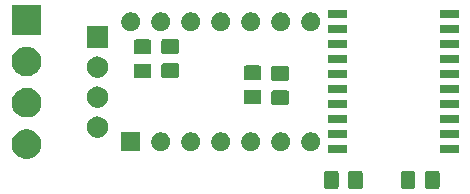
<source format=gbr>
G04 #@! TF.GenerationSoftware,KiCad,Pcbnew,5.1.5+dfsg1-2build2*
G04 #@! TF.CreationDate,2021-11-16T17:13:54-05:00*
G04 #@! TF.ProjectId,036INCH_5DIGIT,30333649-4e43-4485-9f35-44494749542e,rev?*
G04 #@! TF.SameCoordinates,Original*
G04 #@! TF.FileFunction,Soldermask,Bot*
G04 #@! TF.FilePolarity,Negative*
%FSLAX46Y46*%
G04 Gerber Fmt 4.6, Leading zero omitted, Abs format (unit mm)*
G04 Created by KiCad (PCBNEW 5.1.5+dfsg1-2build2) date 2021-11-16 17:13:54*
%MOMM*%
%LPD*%
G04 APERTURE LIST*
%ADD10C,0.100000*%
G04 APERTURE END LIST*
D10*
G36*
X140299674Y-118430265D02*
G01*
X140337367Y-118441699D01*
X140372103Y-118460266D01*
X140402548Y-118485252D01*
X140427534Y-118515697D01*
X140446101Y-118550433D01*
X140457535Y-118588126D01*
X140462000Y-118633461D01*
X140462000Y-119720139D01*
X140457535Y-119765474D01*
X140446101Y-119803167D01*
X140427534Y-119837903D01*
X140402548Y-119868348D01*
X140372103Y-119893334D01*
X140337367Y-119911901D01*
X140299674Y-119923335D01*
X140254339Y-119927800D01*
X139417661Y-119927800D01*
X139372326Y-119923335D01*
X139334633Y-119911901D01*
X139299897Y-119893334D01*
X139269452Y-119868348D01*
X139244466Y-119837903D01*
X139225899Y-119803167D01*
X139214465Y-119765474D01*
X139210000Y-119720139D01*
X139210000Y-118633461D01*
X139214465Y-118588126D01*
X139225899Y-118550433D01*
X139244466Y-118515697D01*
X139269452Y-118485252D01*
X139299897Y-118460266D01*
X139334633Y-118441699D01*
X139372326Y-118430265D01*
X139417661Y-118425800D01*
X140254339Y-118425800D01*
X140299674Y-118430265D01*
G37*
G36*
X138249674Y-118430265D02*
G01*
X138287367Y-118441699D01*
X138322103Y-118460266D01*
X138352548Y-118485252D01*
X138377534Y-118515697D01*
X138396101Y-118550433D01*
X138407535Y-118588126D01*
X138412000Y-118633461D01*
X138412000Y-119720139D01*
X138407535Y-119765474D01*
X138396101Y-119803167D01*
X138377534Y-119837903D01*
X138352548Y-119868348D01*
X138322103Y-119893334D01*
X138287367Y-119911901D01*
X138249674Y-119923335D01*
X138204339Y-119927800D01*
X137367661Y-119927800D01*
X137322326Y-119923335D01*
X137284633Y-119911901D01*
X137249897Y-119893334D01*
X137219452Y-119868348D01*
X137194466Y-119837903D01*
X137175899Y-119803167D01*
X137164465Y-119765474D01*
X137160000Y-119720139D01*
X137160000Y-118633461D01*
X137164465Y-118588126D01*
X137175899Y-118550433D01*
X137194466Y-118515697D01*
X137219452Y-118485252D01*
X137249897Y-118460266D01*
X137284633Y-118441699D01*
X137322326Y-118430265D01*
X137367661Y-118425800D01*
X138204339Y-118425800D01*
X138249674Y-118430265D01*
G37*
G36*
X131747274Y-118430265D02*
G01*
X131784967Y-118441699D01*
X131819703Y-118460266D01*
X131850148Y-118485252D01*
X131875134Y-118515697D01*
X131893701Y-118550433D01*
X131905135Y-118588126D01*
X131909600Y-118633461D01*
X131909600Y-119720139D01*
X131905135Y-119765474D01*
X131893701Y-119803167D01*
X131875134Y-119837903D01*
X131850148Y-119868348D01*
X131819703Y-119893334D01*
X131784967Y-119911901D01*
X131747274Y-119923335D01*
X131701939Y-119927800D01*
X130865261Y-119927800D01*
X130819926Y-119923335D01*
X130782233Y-119911901D01*
X130747497Y-119893334D01*
X130717052Y-119868348D01*
X130692066Y-119837903D01*
X130673499Y-119803167D01*
X130662065Y-119765474D01*
X130657600Y-119720139D01*
X130657600Y-118633461D01*
X130662065Y-118588126D01*
X130673499Y-118550433D01*
X130692066Y-118515697D01*
X130717052Y-118485252D01*
X130747497Y-118460266D01*
X130782233Y-118441699D01*
X130819926Y-118430265D01*
X130865261Y-118425800D01*
X131701939Y-118425800D01*
X131747274Y-118430265D01*
G37*
G36*
X133797274Y-118430265D02*
G01*
X133834967Y-118441699D01*
X133869703Y-118460266D01*
X133900148Y-118485252D01*
X133925134Y-118515697D01*
X133943701Y-118550433D01*
X133955135Y-118588126D01*
X133959600Y-118633461D01*
X133959600Y-119720139D01*
X133955135Y-119765474D01*
X133943701Y-119803167D01*
X133925134Y-119837903D01*
X133900148Y-119868348D01*
X133869703Y-119893334D01*
X133834967Y-119911901D01*
X133797274Y-119923335D01*
X133751939Y-119927800D01*
X132915261Y-119927800D01*
X132869926Y-119923335D01*
X132832233Y-119911901D01*
X132797497Y-119893334D01*
X132767052Y-119868348D01*
X132742066Y-119837903D01*
X132723499Y-119803167D01*
X132712065Y-119765474D01*
X132707600Y-119720139D01*
X132707600Y-118633461D01*
X132712065Y-118588126D01*
X132723499Y-118550433D01*
X132742066Y-118515697D01*
X132767052Y-118485252D01*
X132797497Y-118460266D01*
X132832233Y-118441699D01*
X132869926Y-118430265D01*
X132915261Y-118425800D01*
X133751939Y-118425800D01*
X133797274Y-118430265D01*
G37*
G36*
X105806988Y-114926900D02*
G01*
X105851103Y-114935675D01*
X106078771Y-115029978D01*
X106283666Y-115166885D01*
X106457915Y-115341134D01*
X106594822Y-115546029D01*
X106689125Y-115773697D01*
X106737200Y-116015387D01*
X106737200Y-116261813D01*
X106689125Y-116503503D01*
X106594822Y-116731171D01*
X106457915Y-116936066D01*
X106283666Y-117110315D01*
X106078771Y-117247222D01*
X106078770Y-117247223D01*
X106078769Y-117247223D01*
X105851103Y-117341525D01*
X105609414Y-117389600D01*
X105362986Y-117389600D01*
X105121297Y-117341525D01*
X104893631Y-117247223D01*
X104893630Y-117247223D01*
X104893629Y-117247222D01*
X104688734Y-117110315D01*
X104514485Y-116936066D01*
X104377578Y-116731171D01*
X104283275Y-116503503D01*
X104235200Y-116261813D01*
X104235200Y-116015387D01*
X104283275Y-115773697D01*
X104377578Y-115546029D01*
X104514485Y-115341134D01*
X104688734Y-115166885D01*
X104893629Y-115029978D01*
X105121297Y-114935675D01*
X105165412Y-114926900D01*
X105362986Y-114887600D01*
X105609414Y-114887600D01*
X105806988Y-114926900D01*
G37*
G36*
X132576000Y-116898900D02*
G01*
X130974000Y-116898900D01*
X130974000Y-116196900D01*
X132576000Y-116196900D01*
X132576000Y-116898900D01*
G37*
G36*
X142076000Y-116898900D02*
G01*
X140474000Y-116898900D01*
X140474000Y-116196900D01*
X142076000Y-116196900D01*
X142076000Y-116898900D01*
G37*
G36*
X127233642Y-115168081D02*
G01*
X127379414Y-115228462D01*
X127379416Y-115228463D01*
X127510608Y-115316122D01*
X127622178Y-115427692D01*
X127701249Y-115546031D01*
X127709838Y-115558886D01*
X127770219Y-115704658D01*
X127801000Y-115859407D01*
X127801000Y-116017193D01*
X127770219Y-116171942D01*
X127709838Y-116317714D01*
X127709837Y-116317716D01*
X127622178Y-116448908D01*
X127510608Y-116560478D01*
X127379416Y-116648137D01*
X127379415Y-116648138D01*
X127379414Y-116648138D01*
X127233642Y-116708519D01*
X127078893Y-116739300D01*
X126921107Y-116739300D01*
X126766358Y-116708519D01*
X126620586Y-116648138D01*
X126620585Y-116648138D01*
X126620584Y-116648137D01*
X126489392Y-116560478D01*
X126377822Y-116448908D01*
X126290163Y-116317716D01*
X126290162Y-116317714D01*
X126229781Y-116171942D01*
X126199000Y-116017193D01*
X126199000Y-115859407D01*
X126229781Y-115704658D01*
X126290162Y-115558886D01*
X126298751Y-115546031D01*
X126377822Y-115427692D01*
X126489392Y-115316122D01*
X126620584Y-115228463D01*
X126620586Y-115228462D01*
X126766358Y-115168081D01*
X126921107Y-115137300D01*
X127078893Y-115137300D01*
X127233642Y-115168081D01*
G37*
G36*
X129773642Y-115168081D02*
G01*
X129919414Y-115228462D01*
X129919416Y-115228463D01*
X130050608Y-115316122D01*
X130162178Y-115427692D01*
X130241249Y-115546031D01*
X130249838Y-115558886D01*
X130310219Y-115704658D01*
X130341000Y-115859407D01*
X130341000Y-116017193D01*
X130310219Y-116171942D01*
X130249838Y-116317714D01*
X130249837Y-116317716D01*
X130162178Y-116448908D01*
X130050608Y-116560478D01*
X129919416Y-116648137D01*
X129919415Y-116648138D01*
X129919414Y-116648138D01*
X129773642Y-116708519D01*
X129618893Y-116739300D01*
X129461107Y-116739300D01*
X129306358Y-116708519D01*
X129160586Y-116648138D01*
X129160585Y-116648138D01*
X129160584Y-116648137D01*
X129029392Y-116560478D01*
X128917822Y-116448908D01*
X128830163Y-116317716D01*
X128830162Y-116317714D01*
X128769781Y-116171942D01*
X128739000Y-116017193D01*
X128739000Y-115859407D01*
X128769781Y-115704658D01*
X128830162Y-115558886D01*
X128838751Y-115546031D01*
X128917822Y-115427692D01*
X129029392Y-115316122D01*
X129160584Y-115228463D01*
X129160586Y-115228462D01*
X129306358Y-115168081D01*
X129461107Y-115137300D01*
X129618893Y-115137300D01*
X129773642Y-115168081D01*
G37*
G36*
X122153642Y-115168081D02*
G01*
X122299414Y-115228462D01*
X122299416Y-115228463D01*
X122430608Y-115316122D01*
X122542178Y-115427692D01*
X122621249Y-115546031D01*
X122629838Y-115558886D01*
X122690219Y-115704658D01*
X122721000Y-115859407D01*
X122721000Y-116017193D01*
X122690219Y-116171942D01*
X122629838Y-116317714D01*
X122629837Y-116317716D01*
X122542178Y-116448908D01*
X122430608Y-116560478D01*
X122299416Y-116648137D01*
X122299415Y-116648138D01*
X122299414Y-116648138D01*
X122153642Y-116708519D01*
X121998893Y-116739300D01*
X121841107Y-116739300D01*
X121686358Y-116708519D01*
X121540586Y-116648138D01*
X121540585Y-116648138D01*
X121540584Y-116648137D01*
X121409392Y-116560478D01*
X121297822Y-116448908D01*
X121210163Y-116317716D01*
X121210162Y-116317714D01*
X121149781Y-116171942D01*
X121119000Y-116017193D01*
X121119000Y-115859407D01*
X121149781Y-115704658D01*
X121210162Y-115558886D01*
X121218751Y-115546031D01*
X121297822Y-115427692D01*
X121409392Y-115316122D01*
X121540584Y-115228463D01*
X121540586Y-115228462D01*
X121686358Y-115168081D01*
X121841107Y-115137300D01*
X121998893Y-115137300D01*
X122153642Y-115168081D01*
G37*
G36*
X119613642Y-115168081D02*
G01*
X119759414Y-115228462D01*
X119759416Y-115228463D01*
X119890608Y-115316122D01*
X120002178Y-115427692D01*
X120081249Y-115546031D01*
X120089838Y-115558886D01*
X120150219Y-115704658D01*
X120181000Y-115859407D01*
X120181000Y-116017193D01*
X120150219Y-116171942D01*
X120089838Y-116317714D01*
X120089837Y-116317716D01*
X120002178Y-116448908D01*
X119890608Y-116560478D01*
X119759416Y-116648137D01*
X119759415Y-116648138D01*
X119759414Y-116648138D01*
X119613642Y-116708519D01*
X119458893Y-116739300D01*
X119301107Y-116739300D01*
X119146358Y-116708519D01*
X119000586Y-116648138D01*
X119000585Y-116648138D01*
X119000584Y-116648137D01*
X118869392Y-116560478D01*
X118757822Y-116448908D01*
X118670163Y-116317716D01*
X118670162Y-116317714D01*
X118609781Y-116171942D01*
X118579000Y-116017193D01*
X118579000Y-115859407D01*
X118609781Y-115704658D01*
X118670162Y-115558886D01*
X118678751Y-115546031D01*
X118757822Y-115427692D01*
X118869392Y-115316122D01*
X119000584Y-115228463D01*
X119000586Y-115228462D01*
X119146358Y-115168081D01*
X119301107Y-115137300D01*
X119458893Y-115137300D01*
X119613642Y-115168081D01*
G37*
G36*
X117073642Y-115168081D02*
G01*
X117219414Y-115228462D01*
X117219416Y-115228463D01*
X117350608Y-115316122D01*
X117462178Y-115427692D01*
X117541249Y-115546031D01*
X117549838Y-115558886D01*
X117610219Y-115704658D01*
X117641000Y-115859407D01*
X117641000Y-116017193D01*
X117610219Y-116171942D01*
X117549838Y-116317714D01*
X117549837Y-116317716D01*
X117462178Y-116448908D01*
X117350608Y-116560478D01*
X117219416Y-116648137D01*
X117219415Y-116648138D01*
X117219414Y-116648138D01*
X117073642Y-116708519D01*
X116918893Y-116739300D01*
X116761107Y-116739300D01*
X116606358Y-116708519D01*
X116460586Y-116648138D01*
X116460585Y-116648138D01*
X116460584Y-116648137D01*
X116329392Y-116560478D01*
X116217822Y-116448908D01*
X116130163Y-116317716D01*
X116130162Y-116317714D01*
X116069781Y-116171942D01*
X116039000Y-116017193D01*
X116039000Y-115859407D01*
X116069781Y-115704658D01*
X116130162Y-115558886D01*
X116138751Y-115546031D01*
X116217822Y-115427692D01*
X116329392Y-115316122D01*
X116460584Y-115228463D01*
X116460586Y-115228462D01*
X116606358Y-115168081D01*
X116761107Y-115137300D01*
X116918893Y-115137300D01*
X117073642Y-115168081D01*
G37*
G36*
X115101000Y-116739300D02*
G01*
X113499000Y-116739300D01*
X113499000Y-115137300D01*
X115101000Y-115137300D01*
X115101000Y-116739300D01*
G37*
G36*
X124693642Y-115168081D02*
G01*
X124839414Y-115228462D01*
X124839416Y-115228463D01*
X124970608Y-115316122D01*
X125082178Y-115427692D01*
X125161249Y-115546031D01*
X125169838Y-115558886D01*
X125230219Y-115704658D01*
X125261000Y-115859407D01*
X125261000Y-116017193D01*
X125230219Y-116171942D01*
X125169838Y-116317714D01*
X125169837Y-116317716D01*
X125082178Y-116448908D01*
X124970608Y-116560478D01*
X124839416Y-116648137D01*
X124839415Y-116648138D01*
X124839414Y-116648138D01*
X124693642Y-116708519D01*
X124538893Y-116739300D01*
X124381107Y-116739300D01*
X124226358Y-116708519D01*
X124080586Y-116648138D01*
X124080585Y-116648138D01*
X124080584Y-116648137D01*
X123949392Y-116560478D01*
X123837822Y-116448908D01*
X123750163Y-116317716D01*
X123750162Y-116317714D01*
X123689781Y-116171942D01*
X123659000Y-116017193D01*
X123659000Y-115859407D01*
X123689781Y-115704658D01*
X123750162Y-115558886D01*
X123758751Y-115546031D01*
X123837822Y-115427692D01*
X123949392Y-115316122D01*
X124080584Y-115228463D01*
X124080586Y-115228462D01*
X124226358Y-115168081D01*
X124381107Y-115137300D01*
X124538893Y-115137300D01*
X124693642Y-115168081D01*
G37*
G36*
X132576000Y-115628900D02*
G01*
X130974000Y-115628900D01*
X130974000Y-114926900D01*
X132576000Y-114926900D01*
X132576000Y-115628900D01*
G37*
G36*
X142076000Y-115628900D02*
G01*
X140474000Y-115628900D01*
X140474000Y-114926900D01*
X142076000Y-114926900D01*
X142076000Y-115628900D01*
G37*
G36*
X111594112Y-113810327D02*
G01*
X111743412Y-113840024D01*
X111907384Y-113907944D01*
X112054954Y-114006547D01*
X112180453Y-114132046D01*
X112279056Y-114279616D01*
X112346976Y-114443588D01*
X112381600Y-114617659D01*
X112381600Y-114795141D01*
X112346976Y-114969212D01*
X112279056Y-115133184D01*
X112180453Y-115280754D01*
X112054954Y-115406253D01*
X111907384Y-115504856D01*
X111743412Y-115572776D01*
X111594112Y-115602473D01*
X111569342Y-115607400D01*
X111391858Y-115607400D01*
X111367088Y-115602473D01*
X111217788Y-115572776D01*
X111053816Y-115504856D01*
X110906246Y-115406253D01*
X110780747Y-115280754D01*
X110682144Y-115133184D01*
X110614224Y-114969212D01*
X110579600Y-114795141D01*
X110579600Y-114617659D01*
X110614224Y-114443588D01*
X110682144Y-114279616D01*
X110780747Y-114132046D01*
X110906246Y-114006547D01*
X111053816Y-113907944D01*
X111217788Y-113840024D01*
X111367088Y-113810327D01*
X111391858Y-113805400D01*
X111569342Y-113805400D01*
X111594112Y-113810327D01*
G37*
G36*
X142076000Y-114358900D02*
G01*
X140474000Y-114358900D01*
X140474000Y-113656900D01*
X142076000Y-113656900D01*
X142076000Y-114358900D01*
G37*
G36*
X132576000Y-114358900D02*
G01*
X130974000Y-114358900D01*
X130974000Y-113656900D01*
X132576000Y-113656900D01*
X132576000Y-114358900D01*
G37*
G36*
X105851103Y-111435675D02*
G01*
X106076966Y-111529230D01*
X106078771Y-111529978D01*
X106283666Y-111666885D01*
X106457915Y-111841134D01*
X106499646Y-111903589D01*
X106594823Y-112046031D01*
X106689125Y-112273697D01*
X106737200Y-112515386D01*
X106737200Y-112761814D01*
X106689125Y-113003503D01*
X106653753Y-113088900D01*
X106594822Y-113231171D01*
X106457915Y-113436066D01*
X106283666Y-113610315D01*
X106078771Y-113747222D01*
X106078770Y-113747223D01*
X106078769Y-113747223D01*
X105851103Y-113841525D01*
X105609414Y-113889600D01*
X105362986Y-113889600D01*
X105121297Y-113841525D01*
X104893631Y-113747223D01*
X104893630Y-113747223D01*
X104893629Y-113747222D01*
X104688734Y-113610315D01*
X104514485Y-113436066D01*
X104377578Y-113231171D01*
X104318648Y-113088900D01*
X104283275Y-113003503D01*
X104235200Y-112761814D01*
X104235200Y-112515386D01*
X104283275Y-112273697D01*
X104377577Y-112046031D01*
X104472754Y-111903589D01*
X104514485Y-111841134D01*
X104688734Y-111666885D01*
X104893629Y-111529978D01*
X104895435Y-111529230D01*
X105121297Y-111435675D01*
X105362986Y-111387600D01*
X105609414Y-111387600D01*
X105851103Y-111435675D01*
G37*
G36*
X132576000Y-113088900D02*
G01*
X130974000Y-113088900D01*
X130974000Y-112386900D01*
X132576000Y-112386900D01*
X132576000Y-113088900D01*
G37*
G36*
X142076000Y-113088900D02*
G01*
X140474000Y-113088900D01*
X140474000Y-112386900D01*
X142076000Y-112386900D01*
X142076000Y-113088900D01*
G37*
G36*
X111594112Y-111270327D02*
G01*
X111743412Y-111300024D01*
X111907384Y-111367944D01*
X112054954Y-111466547D01*
X112180453Y-111592046D01*
X112279056Y-111739616D01*
X112346976Y-111903588D01*
X112381600Y-112077659D01*
X112381600Y-112255141D01*
X112346976Y-112429212D01*
X112279056Y-112593184D01*
X112180453Y-112740754D01*
X112054954Y-112866253D01*
X111907384Y-112964856D01*
X111743412Y-113032776D01*
X111594112Y-113062473D01*
X111569342Y-113067400D01*
X111391858Y-113067400D01*
X111367088Y-113062473D01*
X111217788Y-113032776D01*
X111053816Y-112964856D01*
X110906246Y-112866253D01*
X110780747Y-112740754D01*
X110682144Y-112593184D01*
X110614224Y-112429212D01*
X110579600Y-112255141D01*
X110579600Y-112077659D01*
X110614224Y-111903588D01*
X110682144Y-111739616D01*
X110780747Y-111592046D01*
X110906246Y-111466547D01*
X111053816Y-111367944D01*
X111217788Y-111300024D01*
X111367088Y-111270327D01*
X111391858Y-111265400D01*
X111569342Y-111265400D01*
X111594112Y-111270327D01*
G37*
G36*
X127537874Y-111579265D02*
G01*
X127575567Y-111590699D01*
X127610303Y-111609266D01*
X127640748Y-111634252D01*
X127665734Y-111664697D01*
X127684301Y-111699433D01*
X127695735Y-111737126D01*
X127700200Y-111782461D01*
X127700200Y-112619139D01*
X127695735Y-112664474D01*
X127684301Y-112702167D01*
X127665734Y-112736903D01*
X127640748Y-112767348D01*
X127610303Y-112792334D01*
X127575567Y-112810901D01*
X127537874Y-112822335D01*
X127492539Y-112826800D01*
X126405861Y-112826800D01*
X126360526Y-112822335D01*
X126322833Y-112810901D01*
X126288097Y-112792334D01*
X126257652Y-112767348D01*
X126232666Y-112736903D01*
X126214099Y-112702167D01*
X126202665Y-112664474D01*
X126198200Y-112619139D01*
X126198200Y-111782461D01*
X126202665Y-111737126D01*
X126214099Y-111699433D01*
X126232666Y-111664697D01*
X126257652Y-111634252D01*
X126288097Y-111609266D01*
X126322833Y-111590699D01*
X126360526Y-111579265D01*
X126405861Y-111574800D01*
X127492539Y-111574800D01*
X127537874Y-111579265D01*
G37*
G36*
X125201074Y-111528465D02*
G01*
X125238767Y-111539899D01*
X125273503Y-111558466D01*
X125303948Y-111583452D01*
X125328934Y-111613897D01*
X125347501Y-111648633D01*
X125358935Y-111686326D01*
X125363400Y-111731661D01*
X125363400Y-112568339D01*
X125358935Y-112613674D01*
X125347501Y-112651367D01*
X125328934Y-112686103D01*
X125303948Y-112716548D01*
X125273503Y-112741534D01*
X125238767Y-112760101D01*
X125201074Y-112771535D01*
X125155739Y-112776000D01*
X124069061Y-112776000D01*
X124023726Y-112771535D01*
X123986033Y-112760101D01*
X123951297Y-112741534D01*
X123920852Y-112716548D01*
X123895866Y-112686103D01*
X123877299Y-112651367D01*
X123865865Y-112613674D01*
X123861400Y-112568339D01*
X123861400Y-111731661D01*
X123865865Y-111686326D01*
X123877299Y-111648633D01*
X123895866Y-111613897D01*
X123920852Y-111583452D01*
X123951297Y-111558466D01*
X123986033Y-111539899D01*
X124023726Y-111528465D01*
X124069061Y-111524000D01*
X125155739Y-111524000D01*
X125201074Y-111528465D01*
G37*
G36*
X142076000Y-111818900D02*
G01*
X140474000Y-111818900D01*
X140474000Y-111116900D01*
X142076000Y-111116900D01*
X142076000Y-111818900D01*
G37*
G36*
X132576000Y-111818900D02*
G01*
X130974000Y-111818900D01*
X130974000Y-111116900D01*
X132576000Y-111116900D01*
X132576000Y-111818900D01*
G37*
G36*
X127537874Y-109529265D02*
G01*
X127575567Y-109540699D01*
X127610303Y-109559266D01*
X127640748Y-109584252D01*
X127665734Y-109614697D01*
X127684301Y-109649433D01*
X127695735Y-109687126D01*
X127700200Y-109732461D01*
X127700200Y-110569139D01*
X127695735Y-110614474D01*
X127684301Y-110652167D01*
X127665734Y-110686903D01*
X127640748Y-110717348D01*
X127610303Y-110742334D01*
X127575567Y-110760901D01*
X127537874Y-110772335D01*
X127492539Y-110776800D01*
X126405861Y-110776800D01*
X126360526Y-110772335D01*
X126322833Y-110760901D01*
X126288097Y-110742334D01*
X126257652Y-110717348D01*
X126232666Y-110686903D01*
X126214099Y-110652167D01*
X126202665Y-110614474D01*
X126198200Y-110569139D01*
X126198200Y-109732461D01*
X126202665Y-109687126D01*
X126214099Y-109649433D01*
X126232666Y-109614697D01*
X126257652Y-109584252D01*
X126288097Y-109559266D01*
X126322833Y-109540699D01*
X126360526Y-109529265D01*
X126405861Y-109524800D01*
X127492539Y-109524800D01*
X127537874Y-109529265D01*
G37*
G36*
X125201074Y-109478465D02*
G01*
X125238767Y-109489899D01*
X125273503Y-109508466D01*
X125303948Y-109533452D01*
X125328934Y-109563897D01*
X125347501Y-109598633D01*
X125358935Y-109636326D01*
X125363400Y-109681661D01*
X125363400Y-110518339D01*
X125358935Y-110563674D01*
X125347501Y-110601367D01*
X125328934Y-110636103D01*
X125303948Y-110666548D01*
X125273503Y-110691534D01*
X125238767Y-110710101D01*
X125201074Y-110721535D01*
X125155739Y-110726000D01*
X124069061Y-110726000D01*
X124023726Y-110721535D01*
X123986033Y-110710101D01*
X123951297Y-110691534D01*
X123920852Y-110666548D01*
X123895866Y-110636103D01*
X123877299Y-110601367D01*
X123865865Y-110563674D01*
X123861400Y-110518339D01*
X123861400Y-109681661D01*
X123865865Y-109636326D01*
X123877299Y-109598633D01*
X123895866Y-109563897D01*
X123920852Y-109533452D01*
X123951297Y-109508466D01*
X123986033Y-109489899D01*
X124023726Y-109478465D01*
X124069061Y-109474000D01*
X125155739Y-109474000D01*
X125201074Y-109478465D01*
G37*
G36*
X115891974Y-109331365D02*
G01*
X115929667Y-109342799D01*
X115964403Y-109361366D01*
X115994848Y-109386352D01*
X116019834Y-109416797D01*
X116038401Y-109451533D01*
X116049835Y-109489226D01*
X116054300Y-109534561D01*
X116054300Y-110371239D01*
X116049835Y-110416574D01*
X116038401Y-110454267D01*
X116019834Y-110489003D01*
X115994848Y-110519448D01*
X115964403Y-110544434D01*
X115929667Y-110563001D01*
X115891974Y-110574435D01*
X115846639Y-110578900D01*
X114759961Y-110578900D01*
X114714626Y-110574435D01*
X114676933Y-110563001D01*
X114642197Y-110544434D01*
X114611752Y-110519448D01*
X114586766Y-110489003D01*
X114568199Y-110454267D01*
X114556765Y-110416574D01*
X114552300Y-110371239D01*
X114552300Y-109534561D01*
X114556765Y-109489226D01*
X114568199Y-109451533D01*
X114586766Y-109416797D01*
X114611752Y-109386352D01*
X114642197Y-109361366D01*
X114676933Y-109342799D01*
X114714626Y-109331365D01*
X114759961Y-109326900D01*
X115846639Y-109326900D01*
X115891974Y-109331365D01*
G37*
G36*
X118228774Y-109305965D02*
G01*
X118266467Y-109317399D01*
X118301203Y-109335966D01*
X118331648Y-109360952D01*
X118356634Y-109391397D01*
X118375201Y-109426133D01*
X118386635Y-109463826D01*
X118391100Y-109509161D01*
X118391100Y-110345839D01*
X118386635Y-110391174D01*
X118375201Y-110428867D01*
X118356634Y-110463603D01*
X118331648Y-110494048D01*
X118301203Y-110519034D01*
X118266467Y-110537601D01*
X118228774Y-110549035D01*
X118183439Y-110553500D01*
X117096761Y-110553500D01*
X117051426Y-110549035D01*
X117013733Y-110537601D01*
X116978997Y-110519034D01*
X116948552Y-110494048D01*
X116923566Y-110463603D01*
X116904999Y-110428867D01*
X116893565Y-110391174D01*
X116889100Y-110345839D01*
X116889100Y-109509161D01*
X116893565Y-109463826D01*
X116904999Y-109426133D01*
X116923566Y-109391397D01*
X116948552Y-109360952D01*
X116978997Y-109335966D01*
X117013733Y-109317399D01*
X117051426Y-109305965D01*
X117096761Y-109301500D01*
X118183439Y-109301500D01*
X118228774Y-109305965D01*
G37*
G36*
X132576000Y-110548900D02*
G01*
X130974000Y-110548900D01*
X130974000Y-109846900D01*
X132576000Y-109846900D01*
X132576000Y-110548900D01*
G37*
G36*
X142076000Y-110548900D02*
G01*
X140474000Y-110548900D01*
X140474000Y-109846900D01*
X142076000Y-109846900D01*
X142076000Y-110548900D01*
G37*
G36*
X111594112Y-108730327D02*
G01*
X111743412Y-108760024D01*
X111907384Y-108827944D01*
X112054954Y-108926547D01*
X112180453Y-109052046D01*
X112279056Y-109199616D01*
X112346976Y-109363588D01*
X112369826Y-109478465D01*
X112379931Y-109529265D01*
X112381600Y-109537659D01*
X112381600Y-109715141D01*
X112346976Y-109889212D01*
X112279056Y-110053184D01*
X112180453Y-110200754D01*
X112054954Y-110326253D01*
X111907384Y-110424856D01*
X111743412Y-110492776D01*
X111609319Y-110519448D01*
X111569342Y-110527400D01*
X111391858Y-110527400D01*
X111351881Y-110519448D01*
X111217788Y-110492776D01*
X111053816Y-110424856D01*
X110906246Y-110326253D01*
X110780747Y-110200754D01*
X110682144Y-110053184D01*
X110614224Y-109889212D01*
X110579600Y-109715141D01*
X110579600Y-109537659D01*
X110581270Y-109529265D01*
X110591374Y-109478465D01*
X110614224Y-109363588D01*
X110682144Y-109199616D01*
X110780747Y-109052046D01*
X110906246Y-108926547D01*
X111053816Y-108827944D01*
X111217788Y-108760024D01*
X111367088Y-108730327D01*
X111391858Y-108725400D01*
X111569342Y-108725400D01*
X111594112Y-108730327D01*
G37*
G36*
X105851103Y-107935675D02*
G01*
X105975979Y-107987400D01*
X106078771Y-108029978D01*
X106283666Y-108166885D01*
X106457915Y-108341134D01*
X106594822Y-108546029D01*
X106594823Y-108546031D01*
X106689125Y-108773697D01*
X106737200Y-109015386D01*
X106737200Y-109261814D01*
X106689125Y-109503503D01*
X106601462Y-109715142D01*
X106594822Y-109731171D01*
X106457915Y-109936066D01*
X106283666Y-110110315D01*
X106078771Y-110247222D01*
X106078770Y-110247223D01*
X106078769Y-110247223D01*
X105851103Y-110341525D01*
X105609414Y-110389600D01*
X105362986Y-110389600D01*
X105121297Y-110341525D01*
X104893631Y-110247223D01*
X104893630Y-110247223D01*
X104893629Y-110247222D01*
X104688734Y-110110315D01*
X104514485Y-109936066D01*
X104377578Y-109731171D01*
X104370939Y-109715142D01*
X104283275Y-109503503D01*
X104235200Y-109261814D01*
X104235200Y-109015386D01*
X104283275Y-108773697D01*
X104377577Y-108546031D01*
X104377578Y-108546029D01*
X104514485Y-108341134D01*
X104688734Y-108166885D01*
X104893629Y-108029978D01*
X104996422Y-107987400D01*
X105121297Y-107935675D01*
X105362986Y-107887600D01*
X105609414Y-107887600D01*
X105851103Y-107935675D01*
G37*
G36*
X142076000Y-109278900D02*
G01*
X140474000Y-109278900D01*
X140474000Y-108576900D01*
X142076000Y-108576900D01*
X142076000Y-109278900D01*
G37*
G36*
X132576000Y-109278900D02*
G01*
X130974000Y-109278900D01*
X130974000Y-108576900D01*
X132576000Y-108576900D01*
X132576000Y-109278900D01*
G37*
G36*
X115891974Y-107281365D02*
G01*
X115929667Y-107292799D01*
X115964403Y-107311366D01*
X115994848Y-107336352D01*
X116019834Y-107366797D01*
X116038401Y-107401533D01*
X116049835Y-107439226D01*
X116054300Y-107484561D01*
X116054300Y-108321239D01*
X116049835Y-108366574D01*
X116038401Y-108404267D01*
X116019834Y-108439003D01*
X115994848Y-108469448D01*
X115964403Y-108494434D01*
X115929667Y-108513001D01*
X115891974Y-108524435D01*
X115846639Y-108528900D01*
X114759961Y-108528900D01*
X114714626Y-108524435D01*
X114676933Y-108513001D01*
X114642197Y-108494434D01*
X114611752Y-108469448D01*
X114586766Y-108439003D01*
X114568199Y-108404267D01*
X114556765Y-108366574D01*
X114552300Y-108321239D01*
X114552300Y-107484561D01*
X114556765Y-107439226D01*
X114568199Y-107401533D01*
X114586766Y-107366797D01*
X114611752Y-107336352D01*
X114642197Y-107311366D01*
X114676933Y-107292799D01*
X114714626Y-107281365D01*
X114759961Y-107276900D01*
X115846639Y-107276900D01*
X115891974Y-107281365D01*
G37*
G36*
X118228774Y-107255965D02*
G01*
X118266467Y-107267399D01*
X118301203Y-107285966D01*
X118331648Y-107310952D01*
X118356634Y-107341397D01*
X118375201Y-107376133D01*
X118386635Y-107413826D01*
X118391100Y-107459161D01*
X118391100Y-108295839D01*
X118386635Y-108341174D01*
X118375201Y-108378867D01*
X118356634Y-108413603D01*
X118331648Y-108444048D01*
X118301203Y-108469034D01*
X118266467Y-108487601D01*
X118228774Y-108499035D01*
X118183439Y-108503500D01*
X117096761Y-108503500D01*
X117051426Y-108499035D01*
X117013733Y-108487601D01*
X116978997Y-108469034D01*
X116948552Y-108444048D01*
X116923566Y-108413603D01*
X116904999Y-108378867D01*
X116893565Y-108341174D01*
X116889100Y-108295839D01*
X116889100Y-107459161D01*
X116893565Y-107413826D01*
X116904999Y-107376133D01*
X116923566Y-107341397D01*
X116948552Y-107310952D01*
X116978997Y-107285966D01*
X117013733Y-107267399D01*
X117051426Y-107255965D01*
X117096761Y-107251500D01*
X118183439Y-107251500D01*
X118228774Y-107255965D01*
G37*
G36*
X132576000Y-108008900D02*
G01*
X130974000Y-108008900D01*
X130974000Y-107306900D01*
X132576000Y-107306900D01*
X132576000Y-108008900D01*
G37*
G36*
X142076000Y-108008900D02*
G01*
X140474000Y-108008900D01*
X140474000Y-107306900D01*
X142076000Y-107306900D01*
X142076000Y-108008900D01*
G37*
G36*
X112381600Y-107987400D02*
G01*
X110579600Y-107987400D01*
X110579600Y-106185400D01*
X112381600Y-106185400D01*
X112381600Y-107987400D01*
G37*
G36*
X106737200Y-106889600D02*
G01*
X104235200Y-106889600D01*
X104235200Y-104387600D01*
X106737200Y-104387600D01*
X106737200Y-106889600D01*
G37*
G36*
X142076000Y-106738900D02*
G01*
X140474000Y-106738900D01*
X140474000Y-106036900D01*
X142076000Y-106036900D01*
X142076000Y-106738900D01*
G37*
G36*
X132576000Y-106738900D02*
G01*
X130974000Y-106738900D01*
X130974000Y-106036900D01*
X132576000Y-106036900D01*
X132576000Y-106738900D01*
G37*
G36*
X127233642Y-105008081D02*
G01*
X127379414Y-105068462D01*
X127379416Y-105068463D01*
X127510608Y-105156122D01*
X127622178Y-105267692D01*
X127709837Y-105398884D01*
X127709838Y-105398886D01*
X127770219Y-105544658D01*
X127801000Y-105699407D01*
X127801000Y-105857193D01*
X127770219Y-106011942D01*
X127709838Y-106157714D01*
X127709837Y-106157716D01*
X127622178Y-106288908D01*
X127510608Y-106400478D01*
X127379416Y-106488137D01*
X127379415Y-106488138D01*
X127379414Y-106488138D01*
X127233642Y-106548519D01*
X127078893Y-106579300D01*
X126921107Y-106579300D01*
X126766358Y-106548519D01*
X126620586Y-106488138D01*
X126620585Y-106488138D01*
X126620584Y-106488137D01*
X126489392Y-106400478D01*
X126377822Y-106288908D01*
X126290163Y-106157716D01*
X126290162Y-106157714D01*
X126229781Y-106011942D01*
X126199000Y-105857193D01*
X126199000Y-105699407D01*
X126229781Y-105544658D01*
X126290162Y-105398886D01*
X126290163Y-105398884D01*
X126377822Y-105267692D01*
X126489392Y-105156122D01*
X126620584Y-105068463D01*
X126620586Y-105068462D01*
X126766358Y-105008081D01*
X126921107Y-104977300D01*
X127078893Y-104977300D01*
X127233642Y-105008081D01*
G37*
G36*
X124693642Y-105008081D02*
G01*
X124839414Y-105068462D01*
X124839416Y-105068463D01*
X124970608Y-105156122D01*
X125082178Y-105267692D01*
X125169837Y-105398884D01*
X125169838Y-105398886D01*
X125230219Y-105544658D01*
X125261000Y-105699407D01*
X125261000Y-105857193D01*
X125230219Y-106011942D01*
X125169838Y-106157714D01*
X125169837Y-106157716D01*
X125082178Y-106288908D01*
X124970608Y-106400478D01*
X124839416Y-106488137D01*
X124839415Y-106488138D01*
X124839414Y-106488138D01*
X124693642Y-106548519D01*
X124538893Y-106579300D01*
X124381107Y-106579300D01*
X124226358Y-106548519D01*
X124080586Y-106488138D01*
X124080585Y-106488138D01*
X124080584Y-106488137D01*
X123949392Y-106400478D01*
X123837822Y-106288908D01*
X123750163Y-106157716D01*
X123750162Y-106157714D01*
X123689781Y-106011942D01*
X123659000Y-105857193D01*
X123659000Y-105699407D01*
X123689781Y-105544658D01*
X123750162Y-105398886D01*
X123750163Y-105398884D01*
X123837822Y-105267692D01*
X123949392Y-105156122D01*
X124080584Y-105068463D01*
X124080586Y-105068462D01*
X124226358Y-105008081D01*
X124381107Y-104977300D01*
X124538893Y-104977300D01*
X124693642Y-105008081D01*
G37*
G36*
X122153642Y-105008081D02*
G01*
X122299414Y-105068462D01*
X122299416Y-105068463D01*
X122430608Y-105156122D01*
X122542178Y-105267692D01*
X122629837Y-105398884D01*
X122629838Y-105398886D01*
X122690219Y-105544658D01*
X122721000Y-105699407D01*
X122721000Y-105857193D01*
X122690219Y-106011942D01*
X122629838Y-106157714D01*
X122629837Y-106157716D01*
X122542178Y-106288908D01*
X122430608Y-106400478D01*
X122299416Y-106488137D01*
X122299415Y-106488138D01*
X122299414Y-106488138D01*
X122153642Y-106548519D01*
X121998893Y-106579300D01*
X121841107Y-106579300D01*
X121686358Y-106548519D01*
X121540586Y-106488138D01*
X121540585Y-106488138D01*
X121540584Y-106488137D01*
X121409392Y-106400478D01*
X121297822Y-106288908D01*
X121210163Y-106157716D01*
X121210162Y-106157714D01*
X121149781Y-106011942D01*
X121119000Y-105857193D01*
X121119000Y-105699407D01*
X121149781Y-105544658D01*
X121210162Y-105398886D01*
X121210163Y-105398884D01*
X121297822Y-105267692D01*
X121409392Y-105156122D01*
X121540584Y-105068463D01*
X121540586Y-105068462D01*
X121686358Y-105008081D01*
X121841107Y-104977300D01*
X121998893Y-104977300D01*
X122153642Y-105008081D01*
G37*
G36*
X119613642Y-105008081D02*
G01*
X119759414Y-105068462D01*
X119759416Y-105068463D01*
X119890608Y-105156122D01*
X120002178Y-105267692D01*
X120089837Y-105398884D01*
X120089838Y-105398886D01*
X120150219Y-105544658D01*
X120181000Y-105699407D01*
X120181000Y-105857193D01*
X120150219Y-106011942D01*
X120089838Y-106157714D01*
X120089837Y-106157716D01*
X120002178Y-106288908D01*
X119890608Y-106400478D01*
X119759416Y-106488137D01*
X119759415Y-106488138D01*
X119759414Y-106488138D01*
X119613642Y-106548519D01*
X119458893Y-106579300D01*
X119301107Y-106579300D01*
X119146358Y-106548519D01*
X119000586Y-106488138D01*
X119000585Y-106488138D01*
X119000584Y-106488137D01*
X118869392Y-106400478D01*
X118757822Y-106288908D01*
X118670163Y-106157716D01*
X118670162Y-106157714D01*
X118609781Y-106011942D01*
X118579000Y-105857193D01*
X118579000Y-105699407D01*
X118609781Y-105544658D01*
X118670162Y-105398886D01*
X118670163Y-105398884D01*
X118757822Y-105267692D01*
X118869392Y-105156122D01*
X119000584Y-105068463D01*
X119000586Y-105068462D01*
X119146358Y-105008081D01*
X119301107Y-104977300D01*
X119458893Y-104977300D01*
X119613642Y-105008081D01*
G37*
G36*
X117073642Y-105008081D02*
G01*
X117219414Y-105068462D01*
X117219416Y-105068463D01*
X117350608Y-105156122D01*
X117462178Y-105267692D01*
X117549837Y-105398884D01*
X117549838Y-105398886D01*
X117610219Y-105544658D01*
X117641000Y-105699407D01*
X117641000Y-105857193D01*
X117610219Y-106011942D01*
X117549838Y-106157714D01*
X117549837Y-106157716D01*
X117462178Y-106288908D01*
X117350608Y-106400478D01*
X117219416Y-106488137D01*
X117219415Y-106488138D01*
X117219414Y-106488138D01*
X117073642Y-106548519D01*
X116918893Y-106579300D01*
X116761107Y-106579300D01*
X116606358Y-106548519D01*
X116460586Y-106488138D01*
X116460585Y-106488138D01*
X116460584Y-106488137D01*
X116329392Y-106400478D01*
X116217822Y-106288908D01*
X116130163Y-106157716D01*
X116130162Y-106157714D01*
X116069781Y-106011942D01*
X116039000Y-105857193D01*
X116039000Y-105699407D01*
X116069781Y-105544658D01*
X116130162Y-105398886D01*
X116130163Y-105398884D01*
X116217822Y-105267692D01*
X116329392Y-105156122D01*
X116460584Y-105068463D01*
X116460586Y-105068462D01*
X116606358Y-105008081D01*
X116761107Y-104977300D01*
X116918893Y-104977300D01*
X117073642Y-105008081D01*
G37*
G36*
X114533642Y-105008081D02*
G01*
X114679414Y-105068462D01*
X114679416Y-105068463D01*
X114810608Y-105156122D01*
X114922178Y-105267692D01*
X115009837Y-105398884D01*
X115009838Y-105398886D01*
X115070219Y-105544658D01*
X115101000Y-105699407D01*
X115101000Y-105857193D01*
X115070219Y-106011942D01*
X115009838Y-106157714D01*
X115009837Y-106157716D01*
X114922178Y-106288908D01*
X114810608Y-106400478D01*
X114679416Y-106488137D01*
X114679415Y-106488138D01*
X114679414Y-106488138D01*
X114533642Y-106548519D01*
X114378893Y-106579300D01*
X114221107Y-106579300D01*
X114066358Y-106548519D01*
X113920586Y-106488138D01*
X113920585Y-106488138D01*
X113920584Y-106488137D01*
X113789392Y-106400478D01*
X113677822Y-106288908D01*
X113590163Y-106157716D01*
X113590162Y-106157714D01*
X113529781Y-106011942D01*
X113499000Y-105857193D01*
X113499000Y-105699407D01*
X113529781Y-105544658D01*
X113590162Y-105398886D01*
X113590163Y-105398884D01*
X113677822Y-105267692D01*
X113789392Y-105156122D01*
X113920584Y-105068463D01*
X113920586Y-105068462D01*
X114066358Y-105008081D01*
X114221107Y-104977300D01*
X114378893Y-104977300D01*
X114533642Y-105008081D01*
G37*
G36*
X129773642Y-105008081D02*
G01*
X129919414Y-105068462D01*
X129919416Y-105068463D01*
X130050608Y-105156122D01*
X130162178Y-105267692D01*
X130249837Y-105398884D01*
X130249838Y-105398886D01*
X130310219Y-105544658D01*
X130341000Y-105699407D01*
X130341000Y-105857193D01*
X130310219Y-106011942D01*
X130249838Y-106157714D01*
X130249837Y-106157716D01*
X130162178Y-106288908D01*
X130050608Y-106400478D01*
X129919416Y-106488137D01*
X129919415Y-106488138D01*
X129919414Y-106488138D01*
X129773642Y-106548519D01*
X129618893Y-106579300D01*
X129461107Y-106579300D01*
X129306358Y-106548519D01*
X129160586Y-106488138D01*
X129160585Y-106488138D01*
X129160584Y-106488137D01*
X129029392Y-106400478D01*
X128917822Y-106288908D01*
X128830163Y-106157716D01*
X128830162Y-106157714D01*
X128769781Y-106011942D01*
X128739000Y-105857193D01*
X128739000Y-105699407D01*
X128769781Y-105544658D01*
X128830162Y-105398886D01*
X128830163Y-105398884D01*
X128917822Y-105267692D01*
X129029392Y-105156122D01*
X129160584Y-105068463D01*
X129160586Y-105068462D01*
X129306358Y-105008081D01*
X129461107Y-104977300D01*
X129618893Y-104977300D01*
X129773642Y-105008081D01*
G37*
G36*
X142076000Y-105468900D02*
G01*
X140474000Y-105468900D01*
X140474000Y-104766900D01*
X142076000Y-104766900D01*
X142076000Y-105468900D01*
G37*
G36*
X132576000Y-105468900D02*
G01*
X130974000Y-105468900D01*
X130974000Y-104766900D01*
X132576000Y-104766900D01*
X132576000Y-105468900D01*
G37*
M02*

</source>
